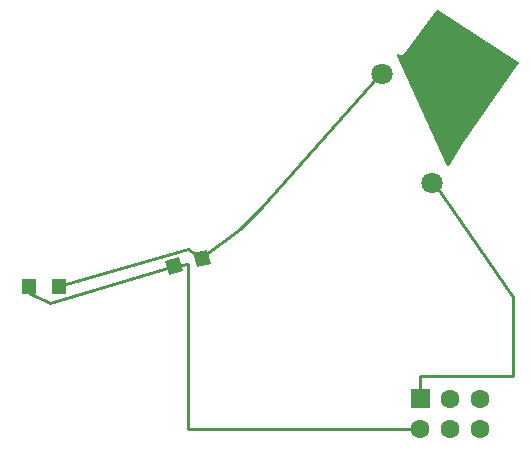
<source format=gbl>
G04 Layer: BottomLayer*
G04 EasyEDA v6.1.51, Thu, 20 Jun 2019 01:18:00 GMT*
G04 13a2db1834074896a0e2ff3160756fa7,fc2bddda97e04f84aaf3dc2e9cb20b51,10*
G04 Gerber Generator version 0.2*
G04 Scale: 100 percent, Rotated: No, Reflected: No *
G04 Dimensions in millimeters *
G04 leading zeros omitted , absolute positions ,3 integer and 3 decimal *
%FSLAX33Y33*%
%MOMM*%
G90*
G71D02*

%ADD10C,0.254000*%
%ADD11C,1.799996*%
%ADD12C,1.599997*%

%LPD*%
G36*
G01X41713Y43185D02*
G01X41698Y43186D01*
G01X41683Y43185D01*
G01X41667Y43181D01*
G01X41653Y43175D01*
G01X41639Y43167D01*
G01X41627Y43157D01*
G01X41617Y43145D01*
G01X41615Y43143D01*
G01X41616Y43143D01*
G01X38842Y39506D01*
G01X38826Y39487D01*
G01X38808Y39470D01*
G01X38789Y39454D01*
G01X38769Y39440D01*
G01X38747Y39428D01*
G01X38725Y39418D01*
G01X38701Y39410D01*
G01X38677Y39405D01*
G01X38653Y39401D01*
G01X38628Y39400D01*
G01X38604Y39401D01*
G01X38581Y39404D01*
G01X38557Y39409D01*
G01X38535Y39417D01*
G01X38513Y39426D01*
G01X38492Y39437D01*
G01X38472Y39450D01*
G01X38453Y39464D01*
G01X38438Y39475D01*
G01X38422Y39482D01*
G01X38405Y39487D01*
G01X38387Y39489D01*
G01X38373Y39488D01*
G01X38359Y39485D01*
G01X38345Y39480D01*
G01X38332Y39473D01*
G01X38321Y39464D01*
G01X38310Y39454D01*
G01X38302Y39442D01*
G01X38295Y39429D01*
G01X38290Y39416D01*
G01X38287Y39402D01*
G01X38286Y39387D01*
G01X38288Y39366D01*
G01X38294Y39345D01*
G01X42488Y30027D01*
G01X42494Y30015D01*
G01X42503Y30003D01*
G01X42513Y29993D01*
G01X42525Y29984D01*
G01X42538Y29977D01*
G01X42551Y29972D01*
G01X42566Y29969D01*
G01X42580Y29968D01*
G01X42595Y29969D01*
G01X42609Y29972D01*
G01X42623Y29977D01*
G01X42636Y29984D01*
G01X42648Y29993D01*
G01X42658Y30004D01*
G01X42667Y30016D01*
G01X43855Y31932D01*
G01X43863Y31945D01*
G01X48547Y38635D01*
G01X48557Y38648D01*
G01X48566Y38662D01*
G01X48573Y38677D01*
G01X48577Y38694D01*
G01X48579Y38711D01*
G01X48578Y38725D01*
G01X48574Y38739D01*
G01X48569Y38753D01*
G01X48562Y38766D01*
G01X48554Y38777D01*
G01X48544Y38788D01*
G01X48532Y38796D01*
G01X41753Y43170D01*
G01X41741Y43177D01*
G01X41727Y43182D01*
G01X41713Y43185D01*
G37*

%LPD*%
G54D10*
G01X19372Y21521D02*
G01X20574Y21717D01*
G01X20574Y7747D01*
G01X40259Y7747D01*
G01X36842Y37751D02*
G01X26797Y26416D01*
G01X25019Y24638D01*
G01X21717Y22225D01*
G01X21776Y22166D01*
G01X21775Y22166D02*
G01X20574Y22987D01*
G01X9626Y19812D01*
G01X41135Y28541D02*
G01X41429Y28541D01*
G01X48133Y18923D01*
G01X48133Y12192D01*
G01X40259Y12192D01*
G01X40259Y10287D01*
G01X7137Y19812D02*
G01X7137Y19278D01*
G01X8890Y18415D01*
G01X19372Y21521D01*
G54D11*
G01X36969Y37751D03*
G01X41262Y28542D03*
G54D12*
G01X45339Y7747D03*
G01X45339Y10287D03*
G01X42799Y7747D03*
G01X42799Y10287D03*
G01X40259Y7747D03*
G36*
G01X39459Y11086D02*
G01X39459Y9487D01*
G01X41058Y9487D01*
G01X41058Y11086D01*
G01X39459Y11086D01*
G37*
G36*
G01X22518Y21737D02*
G01X22204Y22908D01*
G01X21034Y22594D01*
G01X21347Y21424D01*
G01X22518Y21737D01*
G37*
G36*
G01X20113Y21093D02*
G01X19800Y22263D01*
G01X18629Y21950D01*
G01X18943Y20779D01*
G01X20113Y21093D01*
G37*
G36*
G01X10232Y19206D02*
G01X10232Y20417D01*
G01X9020Y20417D01*
G01X9020Y19206D01*
G01X10232Y19206D01*
G37*
G36*
G01X7743Y19206D02*
G01X7743Y20417D01*
G01X6531Y20417D01*
G01X6531Y19206D01*
G01X7743Y19206D01*
G37*
M00*
M02*

</source>
